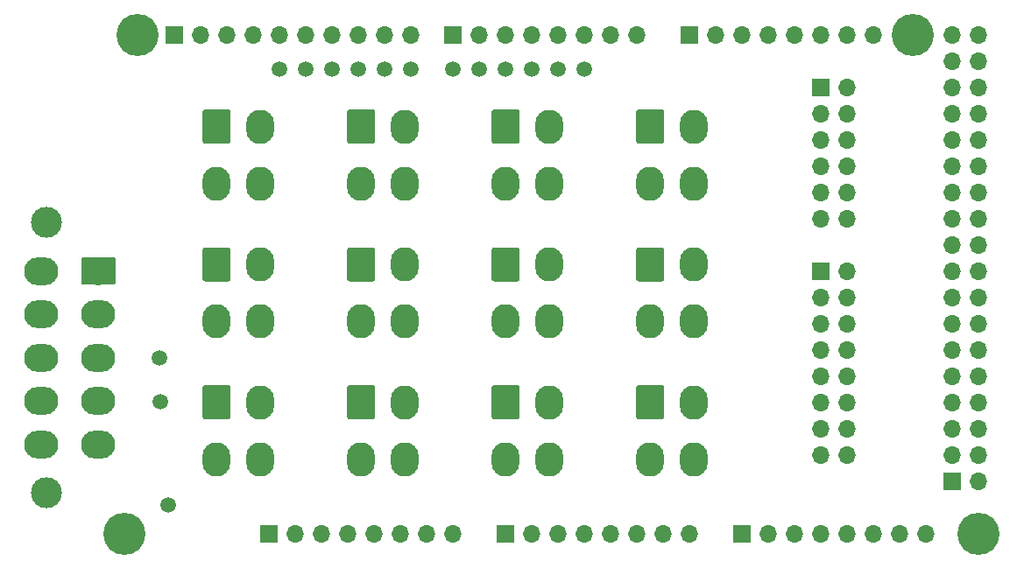
<source format=gbr>
G04 #@! TF.GenerationSoftware,KiCad,Pcbnew,(5.1.4)-1*
G04 #@! TF.CreationDate,2020-11-11T14:11:27-07:00*
G04 #@! TF.ProjectId,ABSIS Backlight Controller,41425349-5320-4426-9163-6b6c69676874,rev?*
G04 #@! TF.SameCoordinates,Original*
G04 #@! TF.FileFunction,Soldermask,Top*
G04 #@! TF.FilePolarity,Negative*
%FSLAX46Y46*%
G04 Gerber Fmt 4.6, Leading zero omitted, Abs format (unit mm)*
G04 Created by KiCad (PCBNEW (5.1.4)-1) date 2020-11-11 14:11:27*
%MOMM*%
%LPD*%
G04 APERTURE LIST*
%ADD10C,0.100000*%
%ADD11C,2.700000*%
%ADD12O,3.300000X2.700000*%
%ADD13C,3.000000*%
%ADD14C,4.064000*%
%ADD15C,1.500000*%
%ADD16R,1.700000X1.700000*%
%ADD17O,1.700000X1.700000*%
%ADD18O,2.700000X3.300000*%
G04 APERTURE END LIST*
D10*
G36*
X116232503Y-92377204D02*
G01*
X116256772Y-92380804D01*
X116280570Y-92386765D01*
X116303670Y-92395030D01*
X116325849Y-92405520D01*
X116346892Y-92418133D01*
X116366598Y-92432748D01*
X116384776Y-92449224D01*
X116401252Y-92467402D01*
X116415867Y-92487108D01*
X116428480Y-92508151D01*
X116438970Y-92530330D01*
X116447235Y-92553430D01*
X116453196Y-92577228D01*
X116456796Y-92601497D01*
X116458000Y-92626001D01*
X116458000Y-94825999D01*
X116456796Y-94850503D01*
X116453196Y-94874772D01*
X116447235Y-94898570D01*
X116438970Y-94921670D01*
X116428480Y-94943849D01*
X116415867Y-94964892D01*
X116401252Y-94984598D01*
X116384776Y-95002776D01*
X116366598Y-95019252D01*
X116346892Y-95033867D01*
X116325849Y-95046480D01*
X116303670Y-95056970D01*
X116280570Y-95065235D01*
X116256772Y-95071196D01*
X116232503Y-95074796D01*
X116207999Y-95076000D01*
X113408001Y-95076000D01*
X113383497Y-95074796D01*
X113359228Y-95071196D01*
X113335430Y-95065235D01*
X113312330Y-95056970D01*
X113290151Y-95046480D01*
X113269108Y-95033867D01*
X113249402Y-95019252D01*
X113231224Y-95002776D01*
X113214748Y-94984598D01*
X113200133Y-94964892D01*
X113187520Y-94943849D01*
X113177030Y-94921670D01*
X113168765Y-94898570D01*
X113162804Y-94874772D01*
X113159204Y-94850503D01*
X113158000Y-94825999D01*
X113158000Y-92626001D01*
X113159204Y-92601497D01*
X113162804Y-92577228D01*
X113168765Y-92553430D01*
X113177030Y-92530330D01*
X113187520Y-92508151D01*
X113200133Y-92487108D01*
X113214748Y-92467402D01*
X113231224Y-92449224D01*
X113249402Y-92432748D01*
X113269108Y-92418133D01*
X113290151Y-92405520D01*
X113312330Y-92395030D01*
X113335430Y-92386765D01*
X113359228Y-92380804D01*
X113383497Y-92377204D01*
X113408001Y-92376000D01*
X116207999Y-92376000D01*
X116232503Y-92377204D01*
X116232503Y-92377204D01*
G37*
D11*
X114808000Y-93726000D03*
D12*
X114808000Y-97926000D03*
X114808000Y-102126000D03*
X114808000Y-106326000D03*
X114808000Y-110526000D03*
X109308000Y-93726000D03*
X109308000Y-97926000D03*
X109308000Y-102126000D03*
X109308000Y-106326000D03*
X109308000Y-110526000D03*
D13*
X109768000Y-89026000D03*
X109768000Y-115226000D03*
D14*
X117348000Y-119126000D03*
X199898000Y-119126000D03*
X118618000Y-70866000D03*
X193548000Y-70866000D03*
D15*
X121539000Y-116332000D03*
X120713500Y-102171500D03*
X120777000Y-106362500D03*
D16*
X197358000Y-114046000D03*
D17*
X199898000Y-114046000D03*
X197358000Y-111506000D03*
X199898000Y-111506000D03*
X197358000Y-108966000D03*
X199898000Y-108966000D03*
X197358000Y-106426000D03*
X199898000Y-106426000D03*
X197358000Y-103886000D03*
X199898000Y-103886000D03*
X197358000Y-101346000D03*
X199898000Y-101346000D03*
X197358000Y-98806000D03*
X199898000Y-98806000D03*
X197358000Y-96266000D03*
X199898000Y-96266000D03*
X197358000Y-93726000D03*
X199898000Y-93726000D03*
X197358000Y-91186000D03*
X199898000Y-91186000D03*
X197358000Y-88646000D03*
X199898000Y-88646000D03*
X197358000Y-86106000D03*
X199898000Y-86106000D03*
X197358000Y-83566000D03*
X199898000Y-83566000D03*
X197358000Y-81026000D03*
X199898000Y-81026000D03*
X197358000Y-78486000D03*
X199898000Y-78486000D03*
X197358000Y-75946000D03*
X199898000Y-75946000D03*
X197358000Y-73406000D03*
X199898000Y-73406000D03*
X197358000Y-70866000D03*
X199898000Y-70866000D03*
D16*
X131318000Y-119126000D03*
D17*
X133858000Y-119126000D03*
X136398000Y-119126000D03*
X138938000Y-119126000D03*
X141478000Y-119126000D03*
X144018000Y-119126000D03*
X146558000Y-119126000D03*
X149098000Y-119126000D03*
D16*
X154178000Y-119126000D03*
D17*
X156718000Y-119126000D03*
X159258000Y-119126000D03*
X161798000Y-119126000D03*
X164338000Y-119126000D03*
X166878000Y-119126000D03*
X169418000Y-119126000D03*
X171958000Y-119126000D03*
D16*
X177038000Y-119126000D03*
D17*
X179578000Y-119126000D03*
X182118000Y-119126000D03*
X184658000Y-119126000D03*
X187198000Y-119126000D03*
X189738000Y-119126000D03*
X192278000Y-119126000D03*
X194818000Y-119126000D03*
D16*
X122174000Y-70866000D03*
D17*
X124714000Y-70866000D03*
X127254000Y-70866000D03*
X129794000Y-70866000D03*
X132334000Y-70866000D03*
X134874000Y-70866000D03*
X137414000Y-70866000D03*
X139954000Y-70866000D03*
X142494000Y-70866000D03*
X145034000Y-70866000D03*
X166878000Y-70866000D03*
X164338000Y-70866000D03*
X161798000Y-70866000D03*
X159258000Y-70866000D03*
X156718000Y-70866000D03*
X154178000Y-70866000D03*
X151638000Y-70866000D03*
D16*
X149098000Y-70866000D03*
D17*
X189738000Y-70866000D03*
X187198000Y-70866000D03*
X184658000Y-70866000D03*
X182118000Y-70866000D03*
X179578000Y-70866000D03*
X177038000Y-70866000D03*
X174498000Y-70866000D03*
D16*
X171958000Y-70866000D03*
D15*
X132334000Y-74168000D03*
X134874000Y-74168000D03*
X137414000Y-74168000D03*
X139954000Y-74168000D03*
X142494000Y-74168000D03*
X145034000Y-74168000D03*
X149098000Y-74168000D03*
X151638000Y-74168000D03*
X154178000Y-74168000D03*
X156718000Y-74168000D03*
X159258000Y-74168000D03*
X161798000Y-74168000D03*
D16*
X184658000Y-75946000D03*
D17*
X187198000Y-75946000D03*
X184658000Y-78486000D03*
X187198000Y-78486000D03*
X184658000Y-81026000D03*
X187198000Y-81026000D03*
X184658000Y-83566000D03*
X187198000Y-83566000D03*
X184658000Y-86106000D03*
X187198000Y-86106000D03*
X184658000Y-88646000D03*
X187198000Y-88646000D03*
D16*
X184658000Y-93726000D03*
D17*
X187198000Y-93726000D03*
X184658000Y-96266000D03*
X187198000Y-96266000D03*
X184658000Y-98806000D03*
X187198000Y-98806000D03*
X184658000Y-101346000D03*
X187198000Y-101346000D03*
X184658000Y-103886000D03*
X187198000Y-103886000D03*
X184658000Y-106426000D03*
X187198000Y-106426000D03*
X184658000Y-108966000D03*
X187198000Y-108966000D03*
X184658000Y-111506000D03*
X187198000Y-111506000D03*
D18*
X130438000Y-85256000D03*
X126238000Y-85256000D03*
X130438000Y-79756000D03*
D10*
G36*
X127362503Y-78107204D02*
G01*
X127386772Y-78110804D01*
X127410570Y-78116765D01*
X127433670Y-78125030D01*
X127455849Y-78135520D01*
X127476892Y-78148133D01*
X127496598Y-78162748D01*
X127514776Y-78179224D01*
X127531252Y-78197402D01*
X127545867Y-78217108D01*
X127558480Y-78238151D01*
X127568970Y-78260330D01*
X127577235Y-78283430D01*
X127583196Y-78307228D01*
X127586796Y-78331497D01*
X127588000Y-78356001D01*
X127588000Y-81155999D01*
X127586796Y-81180503D01*
X127583196Y-81204772D01*
X127577235Y-81228570D01*
X127568970Y-81251670D01*
X127558480Y-81273849D01*
X127545867Y-81294892D01*
X127531252Y-81314598D01*
X127514776Y-81332776D01*
X127496598Y-81349252D01*
X127476892Y-81363867D01*
X127455849Y-81376480D01*
X127433670Y-81386970D01*
X127410570Y-81395235D01*
X127386772Y-81401196D01*
X127362503Y-81404796D01*
X127337999Y-81406000D01*
X125138001Y-81406000D01*
X125113497Y-81404796D01*
X125089228Y-81401196D01*
X125065430Y-81395235D01*
X125042330Y-81386970D01*
X125020151Y-81376480D01*
X124999108Y-81363867D01*
X124979402Y-81349252D01*
X124961224Y-81332776D01*
X124944748Y-81314598D01*
X124930133Y-81294892D01*
X124917520Y-81273849D01*
X124907030Y-81251670D01*
X124898765Y-81228570D01*
X124892804Y-81204772D01*
X124889204Y-81180503D01*
X124888000Y-81155999D01*
X124888000Y-78356001D01*
X124889204Y-78331497D01*
X124892804Y-78307228D01*
X124898765Y-78283430D01*
X124907030Y-78260330D01*
X124917520Y-78238151D01*
X124930133Y-78217108D01*
X124944748Y-78197402D01*
X124961224Y-78179224D01*
X124979402Y-78162748D01*
X124999108Y-78148133D01*
X125020151Y-78135520D01*
X125042330Y-78125030D01*
X125065430Y-78116765D01*
X125089228Y-78110804D01*
X125113497Y-78107204D01*
X125138001Y-78106000D01*
X127337999Y-78106000D01*
X127362503Y-78107204D01*
X127362503Y-78107204D01*
G37*
D11*
X126238000Y-79756000D03*
D10*
G36*
X127362503Y-91442204D02*
G01*
X127386772Y-91445804D01*
X127410570Y-91451765D01*
X127433670Y-91460030D01*
X127455849Y-91470520D01*
X127476892Y-91483133D01*
X127496598Y-91497748D01*
X127514776Y-91514224D01*
X127531252Y-91532402D01*
X127545867Y-91552108D01*
X127558480Y-91573151D01*
X127568970Y-91595330D01*
X127577235Y-91618430D01*
X127583196Y-91642228D01*
X127586796Y-91666497D01*
X127588000Y-91691001D01*
X127588000Y-94490999D01*
X127586796Y-94515503D01*
X127583196Y-94539772D01*
X127577235Y-94563570D01*
X127568970Y-94586670D01*
X127558480Y-94608849D01*
X127545867Y-94629892D01*
X127531252Y-94649598D01*
X127514776Y-94667776D01*
X127496598Y-94684252D01*
X127476892Y-94698867D01*
X127455849Y-94711480D01*
X127433670Y-94721970D01*
X127410570Y-94730235D01*
X127386772Y-94736196D01*
X127362503Y-94739796D01*
X127337999Y-94741000D01*
X125138001Y-94741000D01*
X125113497Y-94739796D01*
X125089228Y-94736196D01*
X125065430Y-94730235D01*
X125042330Y-94721970D01*
X125020151Y-94711480D01*
X124999108Y-94698867D01*
X124979402Y-94684252D01*
X124961224Y-94667776D01*
X124944748Y-94649598D01*
X124930133Y-94629892D01*
X124917520Y-94608849D01*
X124907030Y-94586670D01*
X124898765Y-94563570D01*
X124892804Y-94539772D01*
X124889204Y-94515503D01*
X124888000Y-94490999D01*
X124888000Y-91691001D01*
X124889204Y-91666497D01*
X124892804Y-91642228D01*
X124898765Y-91618430D01*
X124907030Y-91595330D01*
X124917520Y-91573151D01*
X124930133Y-91552108D01*
X124944748Y-91532402D01*
X124961224Y-91514224D01*
X124979402Y-91497748D01*
X124999108Y-91483133D01*
X125020151Y-91470520D01*
X125042330Y-91460030D01*
X125065430Y-91451765D01*
X125089228Y-91445804D01*
X125113497Y-91442204D01*
X125138001Y-91441000D01*
X127337999Y-91441000D01*
X127362503Y-91442204D01*
X127362503Y-91442204D01*
G37*
D11*
X126238000Y-93091000D03*
D18*
X130438000Y-93091000D03*
X126238000Y-98591000D03*
X130438000Y-98591000D03*
X130438000Y-111926000D03*
X126238000Y-111926000D03*
X130438000Y-106426000D03*
D10*
G36*
X127362503Y-104777204D02*
G01*
X127386772Y-104780804D01*
X127410570Y-104786765D01*
X127433670Y-104795030D01*
X127455849Y-104805520D01*
X127476892Y-104818133D01*
X127496598Y-104832748D01*
X127514776Y-104849224D01*
X127531252Y-104867402D01*
X127545867Y-104887108D01*
X127558480Y-104908151D01*
X127568970Y-104930330D01*
X127577235Y-104953430D01*
X127583196Y-104977228D01*
X127586796Y-105001497D01*
X127588000Y-105026001D01*
X127588000Y-107825999D01*
X127586796Y-107850503D01*
X127583196Y-107874772D01*
X127577235Y-107898570D01*
X127568970Y-107921670D01*
X127558480Y-107943849D01*
X127545867Y-107964892D01*
X127531252Y-107984598D01*
X127514776Y-108002776D01*
X127496598Y-108019252D01*
X127476892Y-108033867D01*
X127455849Y-108046480D01*
X127433670Y-108056970D01*
X127410570Y-108065235D01*
X127386772Y-108071196D01*
X127362503Y-108074796D01*
X127337999Y-108076000D01*
X125138001Y-108076000D01*
X125113497Y-108074796D01*
X125089228Y-108071196D01*
X125065430Y-108065235D01*
X125042330Y-108056970D01*
X125020151Y-108046480D01*
X124999108Y-108033867D01*
X124979402Y-108019252D01*
X124961224Y-108002776D01*
X124944748Y-107984598D01*
X124930133Y-107964892D01*
X124917520Y-107943849D01*
X124907030Y-107921670D01*
X124898765Y-107898570D01*
X124892804Y-107874772D01*
X124889204Y-107850503D01*
X124888000Y-107825999D01*
X124888000Y-105026001D01*
X124889204Y-105001497D01*
X124892804Y-104977228D01*
X124898765Y-104953430D01*
X124907030Y-104930330D01*
X124917520Y-104908151D01*
X124930133Y-104887108D01*
X124944748Y-104867402D01*
X124961224Y-104849224D01*
X124979402Y-104832748D01*
X124999108Y-104818133D01*
X125020151Y-104805520D01*
X125042330Y-104795030D01*
X125065430Y-104786765D01*
X125089228Y-104780804D01*
X125113497Y-104777204D01*
X125138001Y-104776000D01*
X127337999Y-104776000D01*
X127362503Y-104777204D01*
X127362503Y-104777204D01*
G37*
D11*
X126238000Y-106426000D03*
D10*
G36*
X141332503Y-78107204D02*
G01*
X141356772Y-78110804D01*
X141380570Y-78116765D01*
X141403670Y-78125030D01*
X141425849Y-78135520D01*
X141446892Y-78148133D01*
X141466598Y-78162748D01*
X141484776Y-78179224D01*
X141501252Y-78197402D01*
X141515867Y-78217108D01*
X141528480Y-78238151D01*
X141538970Y-78260330D01*
X141547235Y-78283430D01*
X141553196Y-78307228D01*
X141556796Y-78331497D01*
X141558000Y-78356001D01*
X141558000Y-81155999D01*
X141556796Y-81180503D01*
X141553196Y-81204772D01*
X141547235Y-81228570D01*
X141538970Y-81251670D01*
X141528480Y-81273849D01*
X141515867Y-81294892D01*
X141501252Y-81314598D01*
X141484776Y-81332776D01*
X141466598Y-81349252D01*
X141446892Y-81363867D01*
X141425849Y-81376480D01*
X141403670Y-81386970D01*
X141380570Y-81395235D01*
X141356772Y-81401196D01*
X141332503Y-81404796D01*
X141307999Y-81406000D01*
X139108001Y-81406000D01*
X139083497Y-81404796D01*
X139059228Y-81401196D01*
X139035430Y-81395235D01*
X139012330Y-81386970D01*
X138990151Y-81376480D01*
X138969108Y-81363867D01*
X138949402Y-81349252D01*
X138931224Y-81332776D01*
X138914748Y-81314598D01*
X138900133Y-81294892D01*
X138887520Y-81273849D01*
X138877030Y-81251670D01*
X138868765Y-81228570D01*
X138862804Y-81204772D01*
X138859204Y-81180503D01*
X138858000Y-81155999D01*
X138858000Y-78356001D01*
X138859204Y-78331497D01*
X138862804Y-78307228D01*
X138868765Y-78283430D01*
X138877030Y-78260330D01*
X138887520Y-78238151D01*
X138900133Y-78217108D01*
X138914748Y-78197402D01*
X138931224Y-78179224D01*
X138949402Y-78162748D01*
X138969108Y-78148133D01*
X138990151Y-78135520D01*
X139012330Y-78125030D01*
X139035430Y-78116765D01*
X139059228Y-78110804D01*
X139083497Y-78107204D01*
X139108001Y-78106000D01*
X141307999Y-78106000D01*
X141332503Y-78107204D01*
X141332503Y-78107204D01*
G37*
D11*
X140208000Y-79756000D03*
D18*
X144408000Y-79756000D03*
X140208000Y-85256000D03*
X144408000Y-85256000D03*
X144408000Y-98591000D03*
X140208000Y-98591000D03*
X144408000Y-93091000D03*
D10*
G36*
X141332503Y-91442204D02*
G01*
X141356772Y-91445804D01*
X141380570Y-91451765D01*
X141403670Y-91460030D01*
X141425849Y-91470520D01*
X141446892Y-91483133D01*
X141466598Y-91497748D01*
X141484776Y-91514224D01*
X141501252Y-91532402D01*
X141515867Y-91552108D01*
X141528480Y-91573151D01*
X141538970Y-91595330D01*
X141547235Y-91618430D01*
X141553196Y-91642228D01*
X141556796Y-91666497D01*
X141558000Y-91691001D01*
X141558000Y-94490999D01*
X141556796Y-94515503D01*
X141553196Y-94539772D01*
X141547235Y-94563570D01*
X141538970Y-94586670D01*
X141528480Y-94608849D01*
X141515867Y-94629892D01*
X141501252Y-94649598D01*
X141484776Y-94667776D01*
X141466598Y-94684252D01*
X141446892Y-94698867D01*
X141425849Y-94711480D01*
X141403670Y-94721970D01*
X141380570Y-94730235D01*
X141356772Y-94736196D01*
X141332503Y-94739796D01*
X141307999Y-94741000D01*
X139108001Y-94741000D01*
X139083497Y-94739796D01*
X139059228Y-94736196D01*
X139035430Y-94730235D01*
X139012330Y-94721970D01*
X138990151Y-94711480D01*
X138969108Y-94698867D01*
X138949402Y-94684252D01*
X138931224Y-94667776D01*
X138914748Y-94649598D01*
X138900133Y-94629892D01*
X138887520Y-94608849D01*
X138877030Y-94586670D01*
X138868765Y-94563570D01*
X138862804Y-94539772D01*
X138859204Y-94515503D01*
X138858000Y-94490999D01*
X138858000Y-91691001D01*
X138859204Y-91666497D01*
X138862804Y-91642228D01*
X138868765Y-91618430D01*
X138877030Y-91595330D01*
X138887520Y-91573151D01*
X138900133Y-91552108D01*
X138914748Y-91532402D01*
X138931224Y-91514224D01*
X138949402Y-91497748D01*
X138969108Y-91483133D01*
X138990151Y-91470520D01*
X139012330Y-91460030D01*
X139035430Y-91451765D01*
X139059228Y-91445804D01*
X139083497Y-91442204D01*
X139108001Y-91441000D01*
X141307999Y-91441000D01*
X141332503Y-91442204D01*
X141332503Y-91442204D01*
G37*
D11*
X140208000Y-93091000D03*
D10*
G36*
X141332503Y-104777204D02*
G01*
X141356772Y-104780804D01*
X141380570Y-104786765D01*
X141403670Y-104795030D01*
X141425849Y-104805520D01*
X141446892Y-104818133D01*
X141466598Y-104832748D01*
X141484776Y-104849224D01*
X141501252Y-104867402D01*
X141515867Y-104887108D01*
X141528480Y-104908151D01*
X141538970Y-104930330D01*
X141547235Y-104953430D01*
X141553196Y-104977228D01*
X141556796Y-105001497D01*
X141558000Y-105026001D01*
X141558000Y-107825999D01*
X141556796Y-107850503D01*
X141553196Y-107874772D01*
X141547235Y-107898570D01*
X141538970Y-107921670D01*
X141528480Y-107943849D01*
X141515867Y-107964892D01*
X141501252Y-107984598D01*
X141484776Y-108002776D01*
X141466598Y-108019252D01*
X141446892Y-108033867D01*
X141425849Y-108046480D01*
X141403670Y-108056970D01*
X141380570Y-108065235D01*
X141356772Y-108071196D01*
X141332503Y-108074796D01*
X141307999Y-108076000D01*
X139108001Y-108076000D01*
X139083497Y-108074796D01*
X139059228Y-108071196D01*
X139035430Y-108065235D01*
X139012330Y-108056970D01*
X138990151Y-108046480D01*
X138969108Y-108033867D01*
X138949402Y-108019252D01*
X138931224Y-108002776D01*
X138914748Y-107984598D01*
X138900133Y-107964892D01*
X138887520Y-107943849D01*
X138877030Y-107921670D01*
X138868765Y-107898570D01*
X138862804Y-107874772D01*
X138859204Y-107850503D01*
X138858000Y-107825999D01*
X138858000Y-105026001D01*
X138859204Y-105001497D01*
X138862804Y-104977228D01*
X138868765Y-104953430D01*
X138877030Y-104930330D01*
X138887520Y-104908151D01*
X138900133Y-104887108D01*
X138914748Y-104867402D01*
X138931224Y-104849224D01*
X138949402Y-104832748D01*
X138969108Y-104818133D01*
X138990151Y-104805520D01*
X139012330Y-104795030D01*
X139035430Y-104786765D01*
X139059228Y-104780804D01*
X139083497Y-104777204D01*
X139108001Y-104776000D01*
X141307999Y-104776000D01*
X141332503Y-104777204D01*
X141332503Y-104777204D01*
G37*
D11*
X140208000Y-106426000D03*
D18*
X144408000Y-106426000D03*
X140208000Y-111926000D03*
X144408000Y-111926000D03*
X158378000Y-85256000D03*
X154178000Y-85256000D03*
X158378000Y-79756000D03*
D10*
G36*
X155302503Y-78107204D02*
G01*
X155326772Y-78110804D01*
X155350570Y-78116765D01*
X155373670Y-78125030D01*
X155395849Y-78135520D01*
X155416892Y-78148133D01*
X155436598Y-78162748D01*
X155454776Y-78179224D01*
X155471252Y-78197402D01*
X155485867Y-78217108D01*
X155498480Y-78238151D01*
X155508970Y-78260330D01*
X155517235Y-78283430D01*
X155523196Y-78307228D01*
X155526796Y-78331497D01*
X155528000Y-78356001D01*
X155528000Y-81155999D01*
X155526796Y-81180503D01*
X155523196Y-81204772D01*
X155517235Y-81228570D01*
X155508970Y-81251670D01*
X155498480Y-81273849D01*
X155485867Y-81294892D01*
X155471252Y-81314598D01*
X155454776Y-81332776D01*
X155436598Y-81349252D01*
X155416892Y-81363867D01*
X155395849Y-81376480D01*
X155373670Y-81386970D01*
X155350570Y-81395235D01*
X155326772Y-81401196D01*
X155302503Y-81404796D01*
X155277999Y-81406000D01*
X153078001Y-81406000D01*
X153053497Y-81404796D01*
X153029228Y-81401196D01*
X153005430Y-81395235D01*
X152982330Y-81386970D01*
X152960151Y-81376480D01*
X152939108Y-81363867D01*
X152919402Y-81349252D01*
X152901224Y-81332776D01*
X152884748Y-81314598D01*
X152870133Y-81294892D01*
X152857520Y-81273849D01*
X152847030Y-81251670D01*
X152838765Y-81228570D01*
X152832804Y-81204772D01*
X152829204Y-81180503D01*
X152828000Y-81155999D01*
X152828000Y-78356001D01*
X152829204Y-78331497D01*
X152832804Y-78307228D01*
X152838765Y-78283430D01*
X152847030Y-78260330D01*
X152857520Y-78238151D01*
X152870133Y-78217108D01*
X152884748Y-78197402D01*
X152901224Y-78179224D01*
X152919402Y-78162748D01*
X152939108Y-78148133D01*
X152960151Y-78135520D01*
X152982330Y-78125030D01*
X153005430Y-78116765D01*
X153029228Y-78110804D01*
X153053497Y-78107204D01*
X153078001Y-78106000D01*
X155277999Y-78106000D01*
X155302503Y-78107204D01*
X155302503Y-78107204D01*
G37*
D11*
X154178000Y-79756000D03*
D10*
G36*
X155302503Y-91442204D02*
G01*
X155326772Y-91445804D01*
X155350570Y-91451765D01*
X155373670Y-91460030D01*
X155395849Y-91470520D01*
X155416892Y-91483133D01*
X155436598Y-91497748D01*
X155454776Y-91514224D01*
X155471252Y-91532402D01*
X155485867Y-91552108D01*
X155498480Y-91573151D01*
X155508970Y-91595330D01*
X155517235Y-91618430D01*
X155523196Y-91642228D01*
X155526796Y-91666497D01*
X155528000Y-91691001D01*
X155528000Y-94490999D01*
X155526796Y-94515503D01*
X155523196Y-94539772D01*
X155517235Y-94563570D01*
X155508970Y-94586670D01*
X155498480Y-94608849D01*
X155485867Y-94629892D01*
X155471252Y-94649598D01*
X155454776Y-94667776D01*
X155436598Y-94684252D01*
X155416892Y-94698867D01*
X155395849Y-94711480D01*
X155373670Y-94721970D01*
X155350570Y-94730235D01*
X155326772Y-94736196D01*
X155302503Y-94739796D01*
X155277999Y-94741000D01*
X153078001Y-94741000D01*
X153053497Y-94739796D01*
X153029228Y-94736196D01*
X153005430Y-94730235D01*
X152982330Y-94721970D01*
X152960151Y-94711480D01*
X152939108Y-94698867D01*
X152919402Y-94684252D01*
X152901224Y-94667776D01*
X152884748Y-94649598D01*
X152870133Y-94629892D01*
X152857520Y-94608849D01*
X152847030Y-94586670D01*
X152838765Y-94563570D01*
X152832804Y-94539772D01*
X152829204Y-94515503D01*
X152828000Y-94490999D01*
X152828000Y-91691001D01*
X152829204Y-91666497D01*
X152832804Y-91642228D01*
X152838765Y-91618430D01*
X152847030Y-91595330D01*
X152857520Y-91573151D01*
X152870133Y-91552108D01*
X152884748Y-91532402D01*
X152901224Y-91514224D01*
X152919402Y-91497748D01*
X152939108Y-91483133D01*
X152960151Y-91470520D01*
X152982330Y-91460030D01*
X153005430Y-91451765D01*
X153029228Y-91445804D01*
X153053497Y-91442204D01*
X153078001Y-91441000D01*
X155277999Y-91441000D01*
X155302503Y-91442204D01*
X155302503Y-91442204D01*
G37*
D11*
X154178000Y-93091000D03*
D18*
X158378000Y-93091000D03*
X154178000Y-98591000D03*
X158378000Y-98591000D03*
X158378000Y-111926000D03*
X154178000Y-111926000D03*
X158378000Y-106426000D03*
D10*
G36*
X155302503Y-104777204D02*
G01*
X155326772Y-104780804D01*
X155350570Y-104786765D01*
X155373670Y-104795030D01*
X155395849Y-104805520D01*
X155416892Y-104818133D01*
X155436598Y-104832748D01*
X155454776Y-104849224D01*
X155471252Y-104867402D01*
X155485867Y-104887108D01*
X155498480Y-104908151D01*
X155508970Y-104930330D01*
X155517235Y-104953430D01*
X155523196Y-104977228D01*
X155526796Y-105001497D01*
X155528000Y-105026001D01*
X155528000Y-107825999D01*
X155526796Y-107850503D01*
X155523196Y-107874772D01*
X155517235Y-107898570D01*
X155508970Y-107921670D01*
X155498480Y-107943849D01*
X155485867Y-107964892D01*
X155471252Y-107984598D01*
X155454776Y-108002776D01*
X155436598Y-108019252D01*
X155416892Y-108033867D01*
X155395849Y-108046480D01*
X155373670Y-108056970D01*
X155350570Y-108065235D01*
X155326772Y-108071196D01*
X155302503Y-108074796D01*
X155277999Y-108076000D01*
X153078001Y-108076000D01*
X153053497Y-108074796D01*
X153029228Y-108071196D01*
X153005430Y-108065235D01*
X152982330Y-108056970D01*
X152960151Y-108046480D01*
X152939108Y-108033867D01*
X152919402Y-108019252D01*
X152901224Y-108002776D01*
X152884748Y-107984598D01*
X152870133Y-107964892D01*
X152857520Y-107943849D01*
X152847030Y-107921670D01*
X152838765Y-107898570D01*
X152832804Y-107874772D01*
X152829204Y-107850503D01*
X152828000Y-107825999D01*
X152828000Y-105026001D01*
X152829204Y-105001497D01*
X152832804Y-104977228D01*
X152838765Y-104953430D01*
X152847030Y-104930330D01*
X152857520Y-104908151D01*
X152870133Y-104887108D01*
X152884748Y-104867402D01*
X152901224Y-104849224D01*
X152919402Y-104832748D01*
X152939108Y-104818133D01*
X152960151Y-104805520D01*
X152982330Y-104795030D01*
X153005430Y-104786765D01*
X153029228Y-104780804D01*
X153053497Y-104777204D01*
X153078001Y-104776000D01*
X155277999Y-104776000D01*
X155302503Y-104777204D01*
X155302503Y-104777204D01*
G37*
D11*
X154178000Y-106426000D03*
D10*
G36*
X169272503Y-78107204D02*
G01*
X169296772Y-78110804D01*
X169320570Y-78116765D01*
X169343670Y-78125030D01*
X169365849Y-78135520D01*
X169386892Y-78148133D01*
X169406598Y-78162748D01*
X169424776Y-78179224D01*
X169441252Y-78197402D01*
X169455867Y-78217108D01*
X169468480Y-78238151D01*
X169478970Y-78260330D01*
X169487235Y-78283430D01*
X169493196Y-78307228D01*
X169496796Y-78331497D01*
X169498000Y-78356001D01*
X169498000Y-81155999D01*
X169496796Y-81180503D01*
X169493196Y-81204772D01*
X169487235Y-81228570D01*
X169478970Y-81251670D01*
X169468480Y-81273849D01*
X169455867Y-81294892D01*
X169441252Y-81314598D01*
X169424776Y-81332776D01*
X169406598Y-81349252D01*
X169386892Y-81363867D01*
X169365849Y-81376480D01*
X169343670Y-81386970D01*
X169320570Y-81395235D01*
X169296772Y-81401196D01*
X169272503Y-81404796D01*
X169247999Y-81406000D01*
X167048001Y-81406000D01*
X167023497Y-81404796D01*
X166999228Y-81401196D01*
X166975430Y-81395235D01*
X166952330Y-81386970D01*
X166930151Y-81376480D01*
X166909108Y-81363867D01*
X166889402Y-81349252D01*
X166871224Y-81332776D01*
X166854748Y-81314598D01*
X166840133Y-81294892D01*
X166827520Y-81273849D01*
X166817030Y-81251670D01*
X166808765Y-81228570D01*
X166802804Y-81204772D01*
X166799204Y-81180503D01*
X166798000Y-81155999D01*
X166798000Y-78356001D01*
X166799204Y-78331497D01*
X166802804Y-78307228D01*
X166808765Y-78283430D01*
X166817030Y-78260330D01*
X166827520Y-78238151D01*
X166840133Y-78217108D01*
X166854748Y-78197402D01*
X166871224Y-78179224D01*
X166889402Y-78162748D01*
X166909108Y-78148133D01*
X166930151Y-78135520D01*
X166952330Y-78125030D01*
X166975430Y-78116765D01*
X166999228Y-78110804D01*
X167023497Y-78107204D01*
X167048001Y-78106000D01*
X169247999Y-78106000D01*
X169272503Y-78107204D01*
X169272503Y-78107204D01*
G37*
D11*
X168148000Y-79756000D03*
D18*
X172348000Y-79756000D03*
X168148000Y-85256000D03*
X172348000Y-85256000D03*
X172348000Y-98591000D03*
X168148000Y-98591000D03*
X172348000Y-93091000D03*
D10*
G36*
X169272503Y-91442204D02*
G01*
X169296772Y-91445804D01*
X169320570Y-91451765D01*
X169343670Y-91460030D01*
X169365849Y-91470520D01*
X169386892Y-91483133D01*
X169406598Y-91497748D01*
X169424776Y-91514224D01*
X169441252Y-91532402D01*
X169455867Y-91552108D01*
X169468480Y-91573151D01*
X169478970Y-91595330D01*
X169487235Y-91618430D01*
X169493196Y-91642228D01*
X169496796Y-91666497D01*
X169498000Y-91691001D01*
X169498000Y-94490999D01*
X169496796Y-94515503D01*
X169493196Y-94539772D01*
X169487235Y-94563570D01*
X169478970Y-94586670D01*
X169468480Y-94608849D01*
X169455867Y-94629892D01*
X169441252Y-94649598D01*
X169424776Y-94667776D01*
X169406598Y-94684252D01*
X169386892Y-94698867D01*
X169365849Y-94711480D01*
X169343670Y-94721970D01*
X169320570Y-94730235D01*
X169296772Y-94736196D01*
X169272503Y-94739796D01*
X169247999Y-94741000D01*
X167048001Y-94741000D01*
X167023497Y-94739796D01*
X166999228Y-94736196D01*
X166975430Y-94730235D01*
X166952330Y-94721970D01*
X166930151Y-94711480D01*
X166909108Y-94698867D01*
X166889402Y-94684252D01*
X166871224Y-94667776D01*
X166854748Y-94649598D01*
X166840133Y-94629892D01*
X166827520Y-94608849D01*
X166817030Y-94586670D01*
X166808765Y-94563570D01*
X166802804Y-94539772D01*
X166799204Y-94515503D01*
X166798000Y-94490999D01*
X166798000Y-91691001D01*
X166799204Y-91666497D01*
X166802804Y-91642228D01*
X166808765Y-91618430D01*
X166817030Y-91595330D01*
X166827520Y-91573151D01*
X166840133Y-91552108D01*
X166854748Y-91532402D01*
X166871224Y-91514224D01*
X166889402Y-91497748D01*
X166909108Y-91483133D01*
X166930151Y-91470520D01*
X166952330Y-91460030D01*
X166975430Y-91451765D01*
X166999228Y-91445804D01*
X167023497Y-91442204D01*
X167048001Y-91441000D01*
X169247999Y-91441000D01*
X169272503Y-91442204D01*
X169272503Y-91442204D01*
G37*
D11*
X168148000Y-93091000D03*
D10*
G36*
X169272503Y-104777204D02*
G01*
X169296772Y-104780804D01*
X169320570Y-104786765D01*
X169343670Y-104795030D01*
X169365849Y-104805520D01*
X169386892Y-104818133D01*
X169406598Y-104832748D01*
X169424776Y-104849224D01*
X169441252Y-104867402D01*
X169455867Y-104887108D01*
X169468480Y-104908151D01*
X169478970Y-104930330D01*
X169487235Y-104953430D01*
X169493196Y-104977228D01*
X169496796Y-105001497D01*
X169498000Y-105026001D01*
X169498000Y-107825999D01*
X169496796Y-107850503D01*
X169493196Y-107874772D01*
X169487235Y-107898570D01*
X169478970Y-107921670D01*
X169468480Y-107943849D01*
X169455867Y-107964892D01*
X169441252Y-107984598D01*
X169424776Y-108002776D01*
X169406598Y-108019252D01*
X169386892Y-108033867D01*
X169365849Y-108046480D01*
X169343670Y-108056970D01*
X169320570Y-108065235D01*
X169296772Y-108071196D01*
X169272503Y-108074796D01*
X169247999Y-108076000D01*
X167048001Y-108076000D01*
X167023497Y-108074796D01*
X166999228Y-108071196D01*
X166975430Y-108065235D01*
X166952330Y-108056970D01*
X166930151Y-108046480D01*
X166909108Y-108033867D01*
X166889402Y-108019252D01*
X166871224Y-108002776D01*
X166854748Y-107984598D01*
X166840133Y-107964892D01*
X166827520Y-107943849D01*
X166817030Y-107921670D01*
X166808765Y-107898570D01*
X166802804Y-107874772D01*
X166799204Y-107850503D01*
X166798000Y-107825999D01*
X166798000Y-105026001D01*
X166799204Y-105001497D01*
X166802804Y-104977228D01*
X166808765Y-104953430D01*
X166817030Y-104930330D01*
X166827520Y-104908151D01*
X166840133Y-104887108D01*
X166854748Y-104867402D01*
X166871224Y-104849224D01*
X166889402Y-104832748D01*
X166909108Y-104818133D01*
X166930151Y-104805520D01*
X166952330Y-104795030D01*
X166975430Y-104786765D01*
X166999228Y-104780804D01*
X167023497Y-104777204D01*
X167048001Y-104776000D01*
X169247999Y-104776000D01*
X169272503Y-104777204D01*
X169272503Y-104777204D01*
G37*
D11*
X168148000Y-106426000D03*
D18*
X172348000Y-106426000D03*
X168148000Y-111926000D03*
X172348000Y-111926000D03*
M02*

</source>
